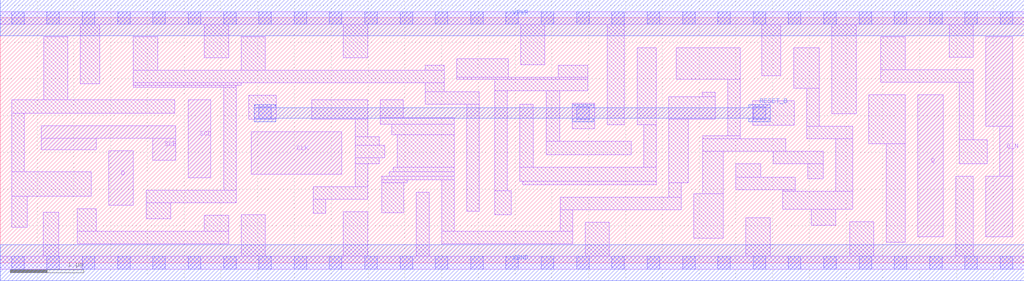
<source format=lef>
# Copyright 2020 The SkyWater PDK Authors
#
# Licensed under the Apache License, Version 2.0 (the "License");
# you may not use this file except in compliance with the License.
# You may obtain a copy of the License at
#
#     https://www.apache.org/licenses/LICENSE-2.0
#
# Unless required by applicable law or agreed to in writing, software
# distributed under the License is distributed on an "AS IS" BASIS,
# WITHOUT WARRANTIES OR CONDITIONS OF ANY KIND, either express or implied.
# See the License for the specific language governing permissions and
# limitations under the License.
#
# SPDX-License-Identifier: Apache-2.0

VERSION 5.7 ;
  NAMESCASESENSITIVE ON ;
  NOWIREEXTENSIONATPIN ON ;
  DIVIDERCHAR "/" ;
  BUSBITCHARS "[]" ;
UNITS
  DATABASE MICRONS 200 ;
END UNITS
MACRO sky130_fd_sc_lp__sdfrbp_1
  CLASS CORE ;
  FOREIGN sky130_fd_sc_lp__sdfrbp_1 ;
  ORIGIN  0.000000  0.000000 ;
  SIZE  13.92000 BY  3.330000 ;
  SYMMETRY R90 ;
  SITE unit ;
  PIN D
    ANTENNAGATEAREA  0.159000 ;
    DIRECTION INPUT ;
    USE SIGNAL ;
    PORT
      LAYER li1 ;
        RECT 1.475000 0.780000 1.805000 1.525000 ;
    END
  END D
  PIN Q
    ANTENNADIFFAREA  0.556500 ;
    DIRECTION OUTPUT ;
    USE SIGNAL ;
    PORT
      LAYER li1 ;
        RECT 12.475000 0.355000 12.820000 2.285000 ;
    END
  END Q
  PIN Q_N
    ANTENNADIFFAREA  0.556500 ;
    DIRECTION OUTPUT ;
    USE SIGNAL ;
    PORT
      LAYER li1 ;
        RECT 13.395000 0.355000 13.765000 1.175000 ;
        RECT 13.400000 1.855000 13.765000 3.075000 ;
        RECT 13.585000 1.175000 13.765000 1.855000 ;
    END
  END Q_N
  PIN RESET_B
    ANTENNAGATEAREA  0.411000 ;
    DIRECTION INPUT ;
    USE SIGNAL ;
    PORT
      LAYER met1 ;
        RECT  3.455000 1.920000  3.745000 1.965000 ;
        RECT  3.455000 1.965000 10.465000 2.105000 ;
        RECT  3.455000 2.105000  3.745000 2.150000 ;
        RECT  7.775000 1.920000  8.065000 1.965000 ;
        RECT  7.775000 2.105000  8.065000 2.150000 ;
        RECT 10.175000 1.920000 10.465000 1.965000 ;
        RECT 10.175000 2.105000 10.465000 2.150000 ;
    END
  END RESET_B
  PIN SCD
    ANTENNAGATEAREA  0.159000 ;
    DIRECTION INPUT ;
    USE SIGNAL ;
    PORT
      LAYER li1 ;
        RECT 2.555000 1.155000 2.860000 2.215000 ;
    END
  END SCD
  PIN SCE
    ANTENNAGATEAREA  0.318000 ;
    DIRECTION INPUT ;
    USE SIGNAL ;
    PORT
      LAYER li1 ;
        RECT 0.555000 1.535000 1.305000 1.695000 ;
        RECT 0.555000 1.695000 2.385000 1.865000 ;
        RECT 2.070000 1.395000 2.385000 1.695000 ;
    END
  END SCE
  PIN CLK
    ANTENNAGATEAREA  0.315000 ;
    DIRECTION INPUT ;
    USE CLOCK ;
    PORT
      LAYER li1 ;
        RECT 3.410000 1.200000 4.645000 1.780000 ;
    END
  END CLK
  PIN VGND
    DIRECTION INOUT ;
    USE GROUND ;
    PORT
      LAYER met1 ;
        RECT 0.000000 -0.245000 13.920000 0.245000 ;
    END
  END VGND
  PIN VPWR
    DIRECTION INOUT ;
    USE POWER ;
    PORT
      LAYER met1 ;
        RECT 0.000000 3.085000 13.920000 3.575000 ;
    END
  END VPWR
  OBS
    LAYER li1 ;
      RECT  0.000000 -0.085000 13.920000 0.085000 ;
      RECT  0.000000  3.245000 13.920000 3.415000 ;
      RECT  0.155000  0.485000  0.365000 0.905000 ;
      RECT  0.155000  0.905000  1.235000 1.235000 ;
      RECT  0.155000  1.235000  0.325000 2.035000 ;
      RECT  0.155000  2.035000  2.375000 2.215000 ;
      RECT  0.585000  0.085000  0.795000 0.685000 ;
      RECT  0.590000  2.215000  0.920000 3.075000 ;
      RECT  1.045000  0.255000  3.105000 0.425000 ;
      RECT  1.045000  0.425000  1.305000 0.735000 ;
      RECT  1.090000  2.435000  1.350000 3.245000 ;
      RECT  1.810000  2.385000  3.210000 2.415000 ;
      RECT  1.810000  2.415000  3.275000 2.450000 ;
      RECT  1.810000  2.450000  6.035000 2.620000 ;
      RECT  1.810000  2.620000  2.140000 3.075000 ;
      RECT  1.985000  0.595000  2.315000 0.815000 ;
      RECT  1.985000  0.815000  3.210000 0.985000 ;
      RECT  2.775000  0.425000  3.105000 0.645000 ;
      RECT  2.775000  2.790000  3.105000 3.245000 ;
      RECT  3.040000  0.985000  3.210000 2.385000 ;
      RECT  3.275000  0.085000  3.605000 0.655000 ;
      RECT  3.275000  2.620000  3.605000 3.075000 ;
      RECT  3.380000  1.950000  3.750000 2.280000 ;
      RECT  4.235000  1.950000  4.995000 2.215000 ;
      RECT  4.255000  0.670000  4.425000 0.860000 ;
      RECT  4.255000  0.860000  4.995000 1.030000 ;
      RECT  4.665000  0.085000  4.995000 0.690000 ;
      RECT  4.665000  2.790000  4.995000 3.245000 ;
      RECT  4.825000  1.030000  4.995000 1.345000 ;
      RECT  4.825000  1.345000  5.150000 1.425000 ;
      RECT  4.825000  1.425000  5.230000 1.595000 ;
      RECT  4.825000  1.595000  5.150000 1.715000 ;
      RECT  4.825000  1.715000  4.995000 1.950000 ;
      RECT  5.165000  1.885000  6.175000 1.970000 ;
      RECT  5.165000  1.970000  5.480000 2.215000 ;
      RECT  5.185000  0.680000  5.485000 1.085000 ;
      RECT  5.185000  1.085000  5.535000 1.130000 ;
      RECT  5.185000  1.130000  6.175000 1.175000 ;
      RECT  5.290000  1.175000  6.175000 1.235000 ;
      RECT  5.320000  1.740000  6.175000 1.885000 ;
      RECT  5.345000  1.235000  6.175000 1.295000 ;
      RECT  5.400000  1.295000  6.175000 1.740000 ;
      RECT  5.655000  0.085000  5.835000 0.960000 ;
      RECT  5.775000  2.155000  6.515000 2.325000 ;
      RECT  5.775000  2.325000  6.035000 2.450000 ;
      RECT  5.775000  2.620000  6.035000 2.685000 ;
      RECT  6.005000  0.255000  7.780000 0.425000 ;
      RECT  6.005000  0.425000  6.175000 1.130000 ;
      RECT  6.205000  2.495000  7.990000 2.525000 ;
      RECT  6.205000  2.525000  6.905000 2.775000 ;
      RECT  6.345000  0.700000  6.515000 2.155000 ;
      RECT  6.725000  0.650000  6.945000 0.980000 ;
      RECT  6.725000  0.980000  6.895000 2.335000 ;
      RECT  6.725000  2.335000  7.990000 2.495000 ;
      RECT  7.065000  1.110000  8.915000 1.295000 ;
      RECT  7.065000  1.295000  7.245000 2.155000 ;
      RECT  7.075000  2.695000  7.405000 3.245000 ;
      RECT  7.105000  1.060000  8.915000 1.110000 ;
      RECT  7.425000  1.465000  8.575000 1.650000 ;
      RECT  7.425000  1.650000  7.605000 2.335000 ;
      RECT  7.585000  2.525000  7.990000 2.685000 ;
      RECT  7.610000  0.425000  7.780000 0.720000 ;
      RECT  7.610000  0.720000  9.255000 0.890000 ;
      RECT  7.775000  1.820000  8.080000 2.165000 ;
      RECT  7.950000  0.085000  8.280000 0.550000 ;
      RECT  8.250000  1.875000  8.480000 3.245000 ;
      RECT  8.660000  1.875000  8.915000 2.920000 ;
      RECT  8.745000  1.295000  8.915000 1.875000 ;
      RECT  9.085000  0.890000  9.255000 1.090000 ;
      RECT  9.085000  1.090000  9.350000 1.950000 ;
      RECT  9.085000  1.950000  9.720000 2.260000 ;
      RECT  9.190000  2.495000 10.060000 2.920000 ;
      RECT  9.425000  0.330000  9.830000 0.935000 ;
      RECT  9.540000  2.260000  9.720000 2.320000 ;
      RECT  9.550000  0.935000  9.830000 1.515000 ;
      RECT  9.550000  1.515000 10.680000 1.685000 ;
      RECT  9.550000  1.685000 10.060000 1.725000 ;
      RECT  9.890000  1.725000 10.060000 2.495000 ;
      RECT 10.000000  0.995000 10.805000 1.165000 ;
      RECT 10.000000  1.165000 10.340000 1.345000 ;
      RECT 10.135000  0.085000 10.465000 0.610000 ;
      RECT 10.230000  1.870000 10.795000 2.200000 ;
      RECT 10.350000  2.545000 10.610000 3.245000 ;
      RECT 10.510000  1.345000 11.190000 1.515000 ;
      RECT 10.635000  0.725000 11.590000 0.975000 ;
      RECT 10.635000  0.975000 10.805000 0.995000 ;
      RECT 10.790000  2.370000 11.135000 2.920000 ;
      RECT 10.965000  1.685000 11.590000 1.855000 ;
      RECT 10.965000  1.855000 11.135000 2.370000 ;
      RECT 10.975000  1.145000 11.190000 1.345000 ;
      RECT 11.025000  0.510000 11.355000 0.725000 ;
      RECT 11.305000  2.025000 11.635000 3.245000 ;
      RECT 11.360000  0.975000 11.590000 1.685000 ;
      RECT 11.545000  0.085000 11.875000 0.555000 ;
      RECT 11.805000  1.615000 12.305000 2.285000 ;
      RECT 11.970000  2.455000 13.230000 2.625000 ;
      RECT 11.970000  2.625000 12.300000 3.075000 ;
      RECT 12.045000  0.280000 12.305000 1.615000 ;
      RECT 12.900000  2.795000 13.230000 3.245000 ;
      RECT 12.990000  0.085000 13.225000 1.175000 ;
      RECT 13.040000  1.345000 13.415000 1.675000 ;
      RECT 13.040000  1.675000 13.230000 2.455000 ;
    LAYER mcon ;
      RECT  0.155000 -0.085000  0.325000 0.085000 ;
      RECT  0.155000  3.245000  0.325000 3.415000 ;
      RECT  0.635000 -0.085000  0.805000 0.085000 ;
      RECT  0.635000  3.245000  0.805000 3.415000 ;
      RECT  1.115000 -0.085000  1.285000 0.085000 ;
      RECT  1.115000  3.245000  1.285000 3.415000 ;
      RECT  1.595000 -0.085000  1.765000 0.085000 ;
      RECT  1.595000  3.245000  1.765000 3.415000 ;
      RECT  2.075000 -0.085000  2.245000 0.085000 ;
      RECT  2.075000  3.245000  2.245000 3.415000 ;
      RECT  2.555000 -0.085000  2.725000 0.085000 ;
      RECT  2.555000  3.245000  2.725000 3.415000 ;
      RECT  3.035000 -0.085000  3.205000 0.085000 ;
      RECT  3.035000  3.245000  3.205000 3.415000 ;
      RECT  3.515000 -0.085000  3.685000 0.085000 ;
      RECT  3.515000  1.950000  3.685000 2.120000 ;
      RECT  3.515000  3.245000  3.685000 3.415000 ;
      RECT  3.995000 -0.085000  4.165000 0.085000 ;
      RECT  3.995000  3.245000  4.165000 3.415000 ;
      RECT  4.475000 -0.085000  4.645000 0.085000 ;
      RECT  4.475000  3.245000  4.645000 3.415000 ;
      RECT  4.955000 -0.085000  5.125000 0.085000 ;
      RECT  4.955000  3.245000  5.125000 3.415000 ;
      RECT  5.435000 -0.085000  5.605000 0.085000 ;
      RECT  5.435000  3.245000  5.605000 3.415000 ;
      RECT  5.915000 -0.085000  6.085000 0.085000 ;
      RECT  5.915000  3.245000  6.085000 3.415000 ;
      RECT  6.395000 -0.085000  6.565000 0.085000 ;
      RECT  6.395000  3.245000  6.565000 3.415000 ;
      RECT  6.875000 -0.085000  7.045000 0.085000 ;
      RECT  6.875000  3.245000  7.045000 3.415000 ;
      RECT  7.355000 -0.085000  7.525000 0.085000 ;
      RECT  7.355000  3.245000  7.525000 3.415000 ;
      RECT  7.835000 -0.085000  8.005000 0.085000 ;
      RECT  7.835000  1.950000  8.005000 2.120000 ;
      RECT  7.835000  3.245000  8.005000 3.415000 ;
      RECT  8.315000 -0.085000  8.485000 0.085000 ;
      RECT  8.315000  3.245000  8.485000 3.415000 ;
      RECT  8.795000 -0.085000  8.965000 0.085000 ;
      RECT  8.795000  3.245000  8.965000 3.415000 ;
      RECT  9.275000 -0.085000  9.445000 0.085000 ;
      RECT  9.275000  3.245000  9.445000 3.415000 ;
      RECT  9.755000 -0.085000  9.925000 0.085000 ;
      RECT  9.755000  3.245000  9.925000 3.415000 ;
      RECT 10.235000 -0.085000 10.405000 0.085000 ;
      RECT 10.235000  1.950000 10.405000 2.120000 ;
      RECT 10.235000  3.245000 10.405000 3.415000 ;
      RECT 10.715000 -0.085000 10.885000 0.085000 ;
      RECT 10.715000  3.245000 10.885000 3.415000 ;
      RECT 11.195000 -0.085000 11.365000 0.085000 ;
      RECT 11.195000  3.245000 11.365000 3.415000 ;
      RECT 11.675000 -0.085000 11.845000 0.085000 ;
      RECT 11.675000  3.245000 11.845000 3.415000 ;
      RECT 12.155000 -0.085000 12.325000 0.085000 ;
      RECT 12.155000  3.245000 12.325000 3.415000 ;
      RECT 12.635000 -0.085000 12.805000 0.085000 ;
      RECT 12.635000  3.245000 12.805000 3.415000 ;
      RECT 13.115000 -0.085000 13.285000 0.085000 ;
      RECT 13.115000  3.245000 13.285000 3.415000 ;
      RECT 13.595000 -0.085000 13.765000 0.085000 ;
      RECT 13.595000  3.245000 13.765000 3.415000 ;
  END
END sky130_fd_sc_lp__sdfrbp_1
END LIBRARY

</source>
